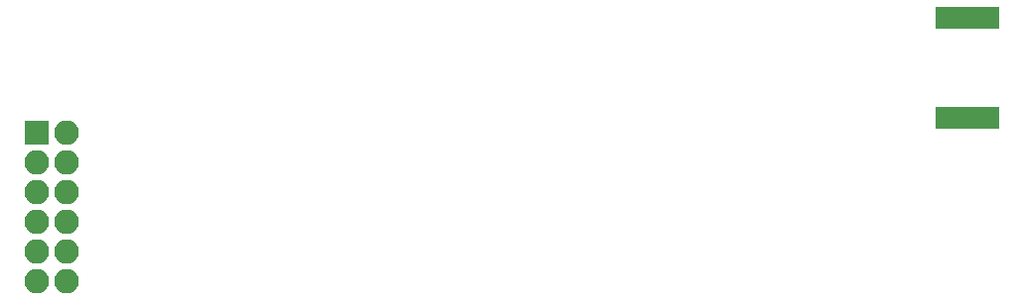
<source format=gbr>
G04 #@! TF.GenerationSoftware,KiCad,Pcbnew,(5.0.0-rc2-dev-311-g1dd4af297)*
G04 #@! TF.CreationDate,2018-06-18T13:27:12-07:00*
G04 #@! TF.ProjectId,beacon_pll,626561636F6E5F706C6C2E6B69636164,rev?*
G04 #@! TF.SameCoordinates,Original*
G04 #@! TF.FileFunction,Soldermask,Bot*
G04 #@! TF.FilePolarity,Negative*
%FSLAX46Y46*%
G04 Gerber Fmt 4.6, Leading zero omitted, Abs format (unit mm)*
G04 Created by KiCad (PCBNEW (5.0.0-rc2-dev-311-g1dd4af297)) date 06/18/18 13:27:12*
%MOMM*%
%LPD*%
G01*
G04 APERTURE LIST*
%ADD10R,5.480000X1.900000*%
%ADD11O,2.100000X2.100000*%
%ADD12R,2.100000X2.100000*%
G04 APERTURE END LIST*
D10*
X244856000Y-70680000D03*
X244856000Y-79180000D03*
D11*
X168021000Y-93218000D03*
X165481000Y-93218000D03*
X168021000Y-90678000D03*
X165481000Y-90678000D03*
X168021000Y-88138000D03*
X165481000Y-88138000D03*
X168021000Y-85598000D03*
X165481000Y-85598000D03*
X168021000Y-83058000D03*
X165481000Y-83058000D03*
X168021000Y-80518000D03*
D12*
X165481000Y-80518000D03*
M02*

</source>
